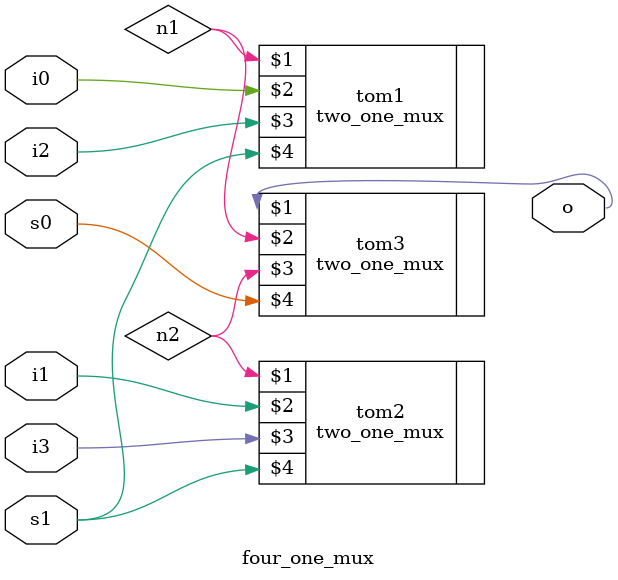
<source format=v>
`include "two_one_mux.v"

module four_one_mux(o, i0, i1, i2, i3, s0, s1);
    input i0, i1, i2, i3, s0, s1;
    output o;
    wire n1, n2;
    two_one_mux tom1(n1, i0, i2, s1);
    two_one_mux tom2(n2, i1, i3, s1);
    two_one_mux tom3(o, n1, n2, s0);
endmodule

</source>
